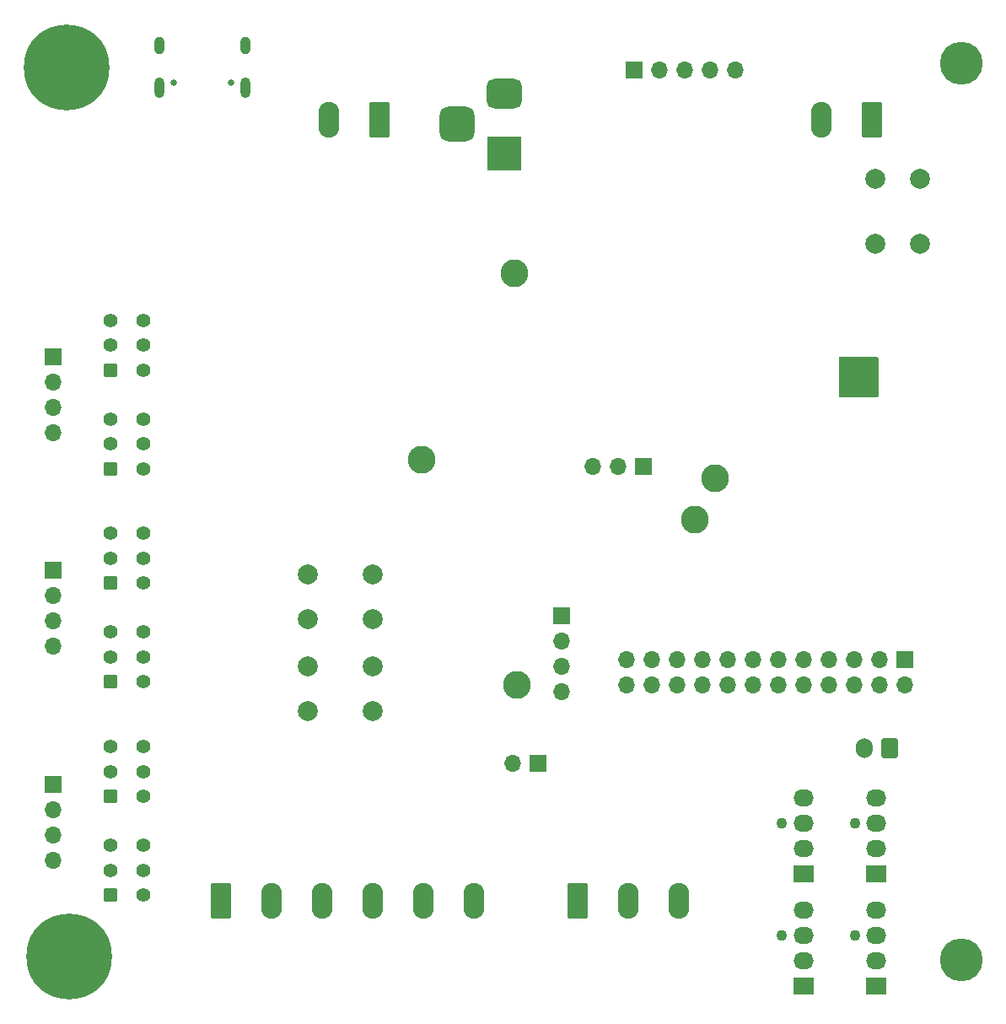
<source format=gbr>
%TF.GenerationSoftware,KiCad,Pcbnew,8.0.3*%
%TF.CreationDate,2024-07-04T13:58:53+02:00*%
%TF.ProjectId,ESPHome AIO,45535048-6f6d-4652-9041-494f2e6b6963,rev?*%
%TF.SameCoordinates,Original*%
%TF.FileFunction,Soldermask,Bot*%
%TF.FilePolarity,Negative*%
%FSLAX46Y46*%
G04 Gerber Fmt 4.6, Leading zero omitted, Abs format (unit mm)*
G04 Created by KiCad (PCBNEW 8.0.3) date 2024-07-04 13:58:53*
%MOMM*%
%LPD*%
G01*
G04 APERTURE LIST*
G04 Aperture macros list*
%AMRoundRect*
0 Rectangle with rounded corners*
0 $1 Rounding radius*
0 $2 $3 $4 $5 $6 $7 $8 $9 X,Y pos of 4 corners*
0 Add a 4 corners polygon primitive as box body*
4,1,4,$2,$3,$4,$5,$6,$7,$8,$9,$2,$3,0*
0 Add four circle primitives for the rounded corners*
1,1,$1+$1,$2,$3*
1,1,$1+$1,$4,$5*
1,1,$1+$1,$6,$7*
1,1,$1+$1,$8,$9*
0 Add four rect primitives between the rounded corners*
20,1,$1+$1,$2,$3,$4,$5,0*
20,1,$1+$1,$4,$5,$6,$7,0*
20,1,$1+$1,$6,$7,$8,$9,0*
20,1,$1+$1,$8,$9,$2,$3,0*%
G04 Aperture macros list end*
%ADD10R,1.700000X1.700000*%
%ADD11O,1.700000X1.700000*%
%ADD12RoundRect,0.250000X0.450000X-0.450000X0.450000X0.450000X-0.450000X0.450000X-0.450000X-0.450000X0*%
%ADD13C,1.400000*%
%ADD14C,1.100000*%
%ADD15R,2.030000X1.730000*%
%ADD16O,2.030000X1.730000*%
%ADD17C,2.800000*%
%ADD18C,4.300000*%
%ADD19RoundRect,0.249999X0.790001X1.550001X-0.790001X1.550001X-0.790001X-1.550001X0.790001X-1.550001X0*%
%ADD20O,2.080000X3.600000*%
%ADD21C,2.000000*%
%ADD22C,0.650000*%
%ADD23O,1.000000X2.100000*%
%ADD24O,1.000000X1.800000*%
%ADD25R,3.500000X3.500000*%
%ADD26RoundRect,0.750000X-1.000000X0.750000X-1.000000X-0.750000X1.000000X-0.750000X1.000000X0.750000X0*%
%ADD27RoundRect,0.875000X-0.875000X0.875000X-0.875000X-0.875000X0.875000X-0.875000X0.875000X0.875000X0*%
%ADD28C,8.600000*%
%ADD29RoundRect,0.250000X0.600000X0.750000X-0.600000X0.750000X-0.600000X-0.750000X0.600000X-0.750000X0*%
%ADD30O,1.700000X2.000000*%
%ADD31RoundRect,0.249999X-0.790001X-1.550001X0.790001X-1.550001X0.790001X1.550001X-0.790001X1.550001X0*%
G04 APERTURE END LIST*
D10*
%TO.C,J3*%
X152060000Y-46400000D03*
D11*
X154600000Y-46400000D03*
X157140000Y-46400000D03*
X159680000Y-46400000D03*
X162220000Y-46400000D03*
%TD*%
D10*
%TO.C,J1*%
X179220000Y-105560000D03*
D11*
X179220000Y-108100000D03*
X176680000Y-105560000D03*
X176680000Y-108100000D03*
X174140000Y-105560000D03*
X174140000Y-108100000D03*
X171600000Y-105560000D03*
X171600000Y-108100000D03*
X169060000Y-105560000D03*
X169060000Y-108100000D03*
X166520000Y-105560000D03*
X166520000Y-108100000D03*
X163980000Y-105560000D03*
X163980000Y-108100000D03*
X161440000Y-105560000D03*
X161440000Y-108100000D03*
X158900000Y-105560000D03*
X158900000Y-108100000D03*
X156360000Y-105560000D03*
X156360000Y-108100000D03*
X153820000Y-105560000D03*
X153820000Y-108100000D03*
X151280000Y-105560000D03*
X151280000Y-108100000D03*
%TD*%
D12*
%TO.C,SW4*%
X99500000Y-119300000D03*
D13*
X99500000Y-116800000D03*
X99500000Y-114300000D03*
X102800000Y-119300000D03*
X102800000Y-116800000D03*
X102800000Y-114300000D03*
%TD*%
D14*
%TO.C,M4*%
X174215000Y-121995000D03*
D15*
X176375000Y-127075000D03*
D16*
X176375000Y-124535000D03*
X176375000Y-121995000D03*
X176375000Y-119455000D03*
%TD*%
D14*
%TO.C,M5*%
X174215000Y-133295000D03*
D15*
X176375000Y-138375000D03*
D16*
X176375000Y-135835000D03*
X176375000Y-133295000D03*
X176375000Y-130755000D03*
%TD*%
D10*
%TO.C,JP3*%
X153030000Y-86150000D03*
D11*
X150490000Y-86150000D03*
X147950000Y-86150000D03*
%TD*%
D17*
%TO.C,TP5*%
X140300000Y-108100000D03*
%TD*%
D10*
%TO.C,J13*%
X93700000Y-96600000D03*
D11*
X93700000Y-99140000D03*
X93700000Y-101680000D03*
X93700000Y-104220000D03*
%TD*%
D12*
%TO.C,SW8*%
X99500000Y-97900000D03*
D13*
X99500000Y-95400000D03*
X99500000Y-92900000D03*
X102800000Y-97900000D03*
X102800000Y-95400000D03*
X102800000Y-92900000D03*
%TD*%
D17*
%TO.C,TP1*%
X160200000Y-87400000D03*
%TD*%
D10*
%TO.C,JP4*%
X142440000Y-116000000D03*
D11*
X139900000Y-116000000D03*
%TD*%
D12*
%TO.C,SW6*%
X99500000Y-129200000D03*
D13*
X99500000Y-126700000D03*
X99500000Y-124200000D03*
X102800000Y-129200000D03*
X102800000Y-126700000D03*
X102800000Y-124200000D03*
%TD*%
D18*
%TO.C,H4*%
X184900000Y-135700000D03*
%TD*%
D12*
%TO.C,SW5*%
X99500000Y-86400000D03*
D13*
X99500000Y-83900000D03*
X99500000Y-81400000D03*
X102800000Y-86400000D03*
X102800000Y-83900000D03*
X102800000Y-81400000D03*
%TD*%
D17*
%TO.C,TP4*%
X130700000Y-85500000D03*
%TD*%
D19*
%TO.C,M1*%
X175940000Y-51377500D03*
D20*
X170860000Y-51377500D03*
%TD*%
%TO.C,J8*%
X121410000Y-51427500D03*
D19*
X126490000Y-51427500D03*
%TD*%
D18*
%TO.C,H1*%
X184900000Y-45700000D03*
%TD*%
D12*
%TO.C,SW10*%
X99500000Y-107800000D03*
D13*
X99500000Y-105300000D03*
X99500000Y-102800000D03*
X102800000Y-107800000D03*
X102800000Y-105300000D03*
X102800000Y-102800000D03*
%TD*%
D21*
%TO.C,SW7*%
X176250000Y-63850000D03*
X176250000Y-57350000D03*
X180750000Y-63850000D03*
X180750000Y-57350000D03*
%TD*%
%TO.C,SW2*%
X119300000Y-97050000D03*
X125800000Y-97050000D03*
X119300000Y-101550000D03*
X125800000Y-101550000D03*
%TD*%
D22*
%TO.C,J7*%
X111590000Y-47655000D03*
X105810000Y-47655000D03*
D23*
X113020000Y-48175000D03*
D24*
X113020000Y-43975000D03*
D23*
X104380000Y-48175000D03*
D24*
X104380000Y-43975000D03*
%TD*%
D10*
%TO.C,J2*%
X144800000Y-101200000D03*
D11*
X144800000Y-103740000D03*
X144800000Y-106280000D03*
X144800000Y-108820000D03*
%TD*%
D25*
%TO.C,J9*%
X139000000Y-54800000D03*
D26*
X139000000Y-48800000D03*
D27*
X134300000Y-51800000D03*
%TD*%
D10*
%TO.C,J10*%
X93700000Y-75200000D03*
D11*
X93700000Y-77740000D03*
X93700000Y-80280000D03*
X93700000Y-82820000D03*
%TD*%
D21*
%TO.C,SW1*%
X119300000Y-106250000D03*
X125800000Y-106250000D03*
X119300000Y-110750000D03*
X125800000Y-110750000D03*
%TD*%
D28*
%TO.C,H3*%
X95300000Y-135400000D03*
%TD*%
D14*
%TO.C,M2*%
X166915000Y-121995000D03*
D15*
X169075000Y-127075000D03*
D16*
X169075000Y-124535000D03*
X169075000Y-121995000D03*
X169075000Y-119455000D03*
%TD*%
D10*
%TO.C,J11*%
X93700000Y-118100000D03*
D11*
X93700000Y-120640000D03*
X93700000Y-123180000D03*
X93700000Y-125720000D03*
%TD*%
D12*
%TO.C,SW3*%
X99500000Y-76500000D03*
D13*
X99500000Y-74000000D03*
X99500000Y-71500000D03*
X102800000Y-76500000D03*
X102800000Y-74000000D03*
X102800000Y-71500000D03*
%TD*%
D29*
%TO.C,J4*%
X177700000Y-114500000D03*
D30*
X175200000Y-114500000D03*
%TD*%
D31*
%TO.C,J6*%
X146420000Y-129822500D03*
D20*
X151500000Y-129822500D03*
X156580000Y-129822500D03*
%TD*%
D17*
%TO.C,TP3*%
X140000000Y-66800000D03*
%TD*%
D31*
%TO.C,J5*%
X110600000Y-129822500D03*
D20*
X115680000Y-129822500D03*
X120760000Y-129822500D03*
X125840000Y-129822500D03*
X130920000Y-129822500D03*
X136000000Y-129822500D03*
%TD*%
D28*
%TO.C,H2*%
X95100000Y-46100000D03*
%TD*%
D17*
%TO.C,TP2*%
X158150000Y-91550000D03*
%TD*%
D14*
%TO.C,M3*%
X166915000Y-133295000D03*
D15*
X169075000Y-138375000D03*
D16*
X169075000Y-135835000D03*
X169075000Y-133295000D03*
X169075000Y-130755000D03*
%TD*%
G36*
X176543039Y-75219685D02*
G01*
X176588794Y-75272489D01*
X176600000Y-75324000D01*
X176600000Y-79076000D01*
X176580315Y-79143039D01*
X176527511Y-79188794D01*
X176476000Y-79200000D01*
X172724000Y-79200000D01*
X172656961Y-79180315D01*
X172611206Y-79127511D01*
X172600000Y-79076000D01*
X172600000Y-75324000D01*
X172619685Y-75256961D01*
X172672489Y-75211206D01*
X172724000Y-75200000D01*
X176476000Y-75200000D01*
X176543039Y-75219685D01*
G37*
M02*

</source>
